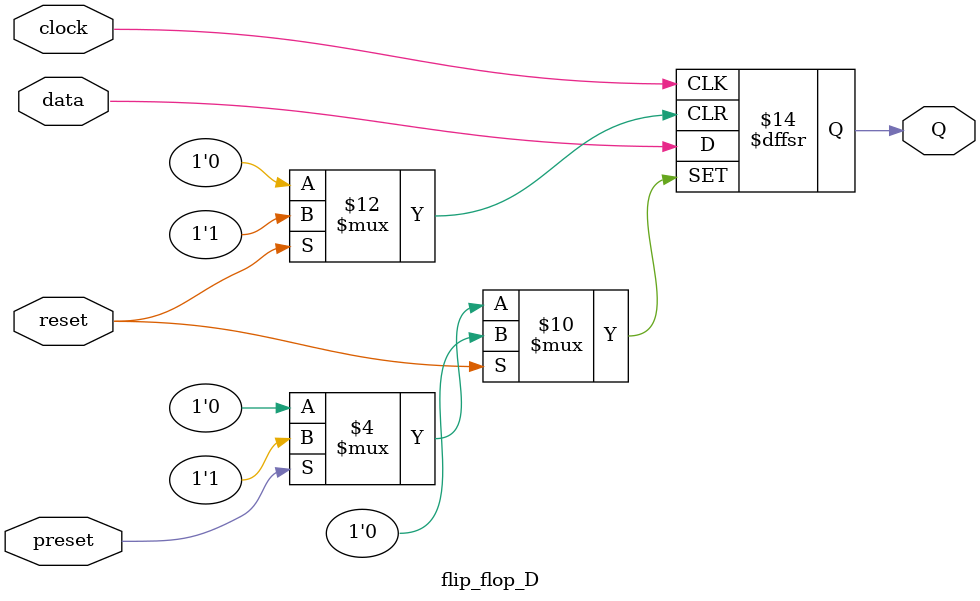
<source format=v>
module flip_flop_D(
    input clock,
    input data,
    input preset,
    input reset,
    output reg Q
);

always @(posedge clock or posedge preset or posedge reset) begin
    if (reset) begin
        Q <= 0;
    end
    else if (preset) begin
        Q <= 1;
    end
    else begin
        Q <= data;
    end
end

endmodule

</source>
